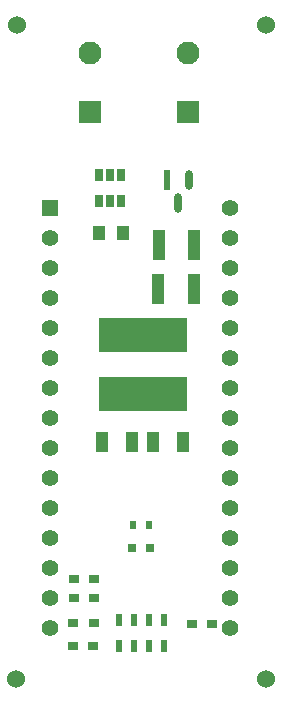
<source format=gbr>
G04*
G04 #@! TF.GenerationSoftware,Altium Limited,Altium Designer,23.1.1 (15)*
G04*
G04 Layer_Color=255*
%FSLAX25Y25*%
%MOIN*%
G70*
G04*
G04 #@! TF.SameCoordinates,7F6F0EF6-604E-4872-8498-859B9B4CD440*
G04*
G04*
G04 #@! TF.FilePolarity,Positive*
G04*
G01*
G75*
%ADD13R,0.05567X0.05567*%
%ADD14C,0.05567*%
%ADD20R,0.07677X0.07677*%
%ADD21C,0.07677*%
%ADD22C,0.06000*%
%ADD24R,0.03937X0.09843*%
%ADD25R,0.29528X0.11811*%
%ADD26R,0.04352X0.06528*%
%ADD27R,0.03150X0.03150*%
%ADD28R,0.02362X0.04331*%
%ADD29R,0.03543X0.03150*%
%ADD30R,0.03937X0.04921*%
G04:AMPARAMS|DCode=31|XSize=65.3mil|YSize=24.68mil|CornerRadius=12.34mil|HoleSize=0mil|Usage=FLASHONLY|Rotation=270.000|XOffset=0mil|YOffset=0mil|HoleType=Round|Shape=RoundedRectangle|*
%AMROUNDEDRECTD31*
21,1,0.06530,0.00000,0,0,270.0*
21,1,0.04063,0.02468,0,0,270.0*
1,1,0.02468,0.00000,-0.02031*
1,1,0.02468,0.00000,0.02031*
1,1,0.02468,0.00000,0.02031*
1,1,0.02468,0.00000,-0.02031*
%
%ADD31ROUNDEDRECTD31*%
%ADD32R,0.02468X0.06530*%
%ADD33R,0.02756X0.03937*%
%ADD34R,0.02362X0.03150*%
D13*
X145651Y166165D02*
D03*
D14*
Y156165D02*
D03*
Y146165D02*
D03*
Y136165D02*
D03*
Y126165D02*
D03*
Y116165D02*
D03*
Y106165D02*
D03*
Y96165D02*
D03*
Y86165D02*
D03*
Y76165D02*
D03*
Y66165D02*
D03*
Y56165D02*
D03*
Y46165D02*
D03*
Y36165D02*
D03*
Y26165D02*
D03*
X205651D02*
D03*
Y36165D02*
D03*
Y46165D02*
D03*
Y56165D02*
D03*
Y66165D02*
D03*
Y76165D02*
D03*
Y86165D02*
D03*
Y96165D02*
D03*
Y106165D02*
D03*
Y116165D02*
D03*
Y126165D02*
D03*
Y136165D02*
D03*
Y146165D02*
D03*
Y156165D02*
D03*
Y166165D02*
D03*
D20*
X158778Y197958D02*
D03*
X191672D02*
D03*
D21*
X158778Y217642D02*
D03*
X191672D02*
D03*
D22*
X134500Y227000D02*
D03*
X217600D02*
D03*
X134100Y9000D02*
D03*
X217500D02*
D03*
D24*
X193634Y153800D02*
D03*
X181823D02*
D03*
X181626Y139214D02*
D03*
X193437D02*
D03*
D25*
X176500Y104157D02*
D03*
Y123843D02*
D03*
D26*
X173004Y87984D02*
D03*
X162954D02*
D03*
X179832D02*
D03*
X189882D02*
D03*
D27*
X172876Y52771D02*
D03*
X178781D02*
D03*
D28*
X183431Y20175D02*
D03*
X178509D02*
D03*
X173588D02*
D03*
X168667D02*
D03*
Y28836D02*
D03*
X173588D02*
D03*
X178509D02*
D03*
X183431D02*
D03*
D29*
X160248Y42400D02*
D03*
X153555D02*
D03*
X160150Y35899D02*
D03*
X153457D02*
D03*
X160051Y27852D02*
D03*
X153358D02*
D03*
X153255Y20175D02*
D03*
X159948D02*
D03*
X199648Y27344D02*
D03*
X192955D02*
D03*
D30*
X161894Y157781D02*
D03*
X169769D02*
D03*
D31*
X188100Y167871D02*
D03*
X191702Y175561D02*
D03*
D32*
X184498D02*
D03*
D33*
X169340Y176929D02*
D03*
X165600D02*
D03*
X161860D02*
D03*
Y168271D02*
D03*
X165600D02*
D03*
X169340D02*
D03*
D34*
X173269Y60305D02*
D03*
X178387D02*
D03*
M02*

</source>
